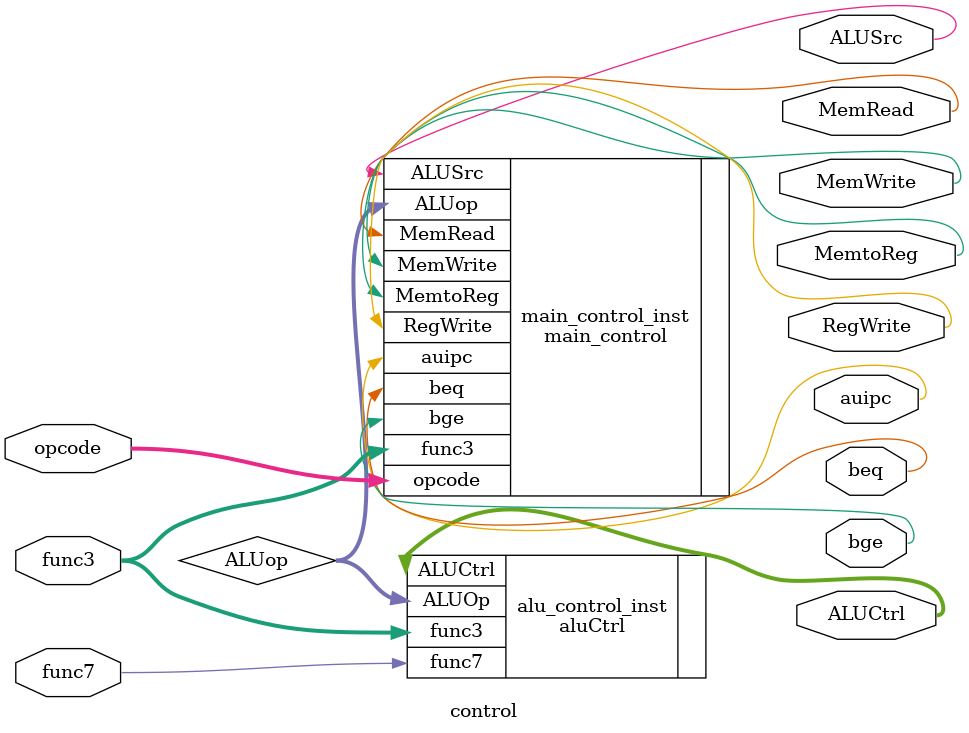
<source format=v>
`timescale 1ns / 1ps


`include "define.v"
// `include "main_control.v"
// `include "aluCtrl.v"
module control(
	input [6:0] opcode,
	input [2:0] func3,
	input func7,
	output MemRead,
	output MemtoReg,
	output MemWrite,
	output ALUSrc,
	output RegWrite,
	output beq,
	output bge,
	output auipc,
	output [1:0] ALUCtrl
    );
	
	wire [1:0]ALUop;
	
	main_control main_control_inst(
	.opcode(opcode),
	.func3(func3),
	.MemRead(MemRead),
	.MemtoReg(MemtoReg),
	.ALUop(ALUop),
	.MemWrite(MemWrite),
	.ALUSrc(ALUSrc),
	.RegWrite(RegWrite),
	.beq(beq),
	.bge(bge),
	.auipc(auipc)
	);
	
	aluCtrl alu_control_inst(
	.ALUOp(ALUop),
	.func3(func3),
	.func7(func7),
	.ALUCtrl(ALUCtrl)
    );
	
endmodule


</source>
